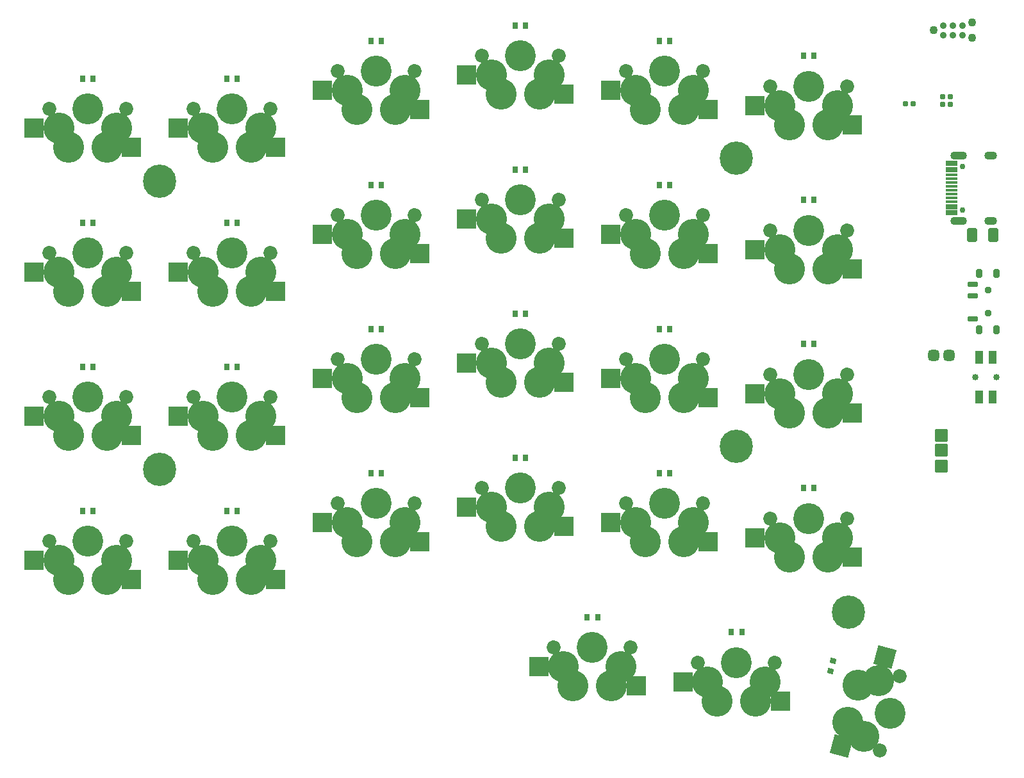
<source format=gbr>
%TF.GenerationSoftware,KiCad,Pcbnew,(6.0.4)*%
%TF.CreationDate,2022-07-09T21:53:42-07:00*%
%TF.ProjectId,Athena54,41746865-6e61-4353-942e-6b696361645f,v1.0.0*%
%TF.SameCoordinates,Original*%
%TF.FileFunction,Soldermask,Top*%
%TF.FilePolarity,Negative*%
%FSLAX46Y46*%
G04 Gerber Fmt 4.6, Leading zero omitted, Abs format (unit mm)*
G04 Created by KiCad (PCBNEW (6.0.4)) date 2022-07-09 21:53:42*
%MOMM*%
%LPD*%
G01*
G04 APERTURE LIST*
G04 Aperture macros list*
%AMRoundRect*
0 Rectangle with rounded corners*
0 $1 Rounding radius*
0 $2 $3 $4 $5 $6 $7 $8 $9 X,Y pos of 4 corners*
0 Add a 4 corners polygon primitive as box body*
4,1,4,$2,$3,$4,$5,$6,$7,$8,$9,$2,$3,0*
0 Add four circle primitives for the rounded corners*
1,1,$1+$1,$2,$3*
1,1,$1+$1,$4,$5*
1,1,$1+$1,$6,$7*
1,1,$1+$1,$8,$9*
0 Add four rect primitives between the rounded corners*
20,1,$1+$1,$2,$3,$4,$5,0*
20,1,$1+$1,$4,$5,$6,$7,0*
20,1,$1+$1,$6,$7,$8,$9,0*
20,1,$1+$1,$8,$9,$2,$3,0*%
%AMRotRect*
0 Rectangle, with rotation*
0 The origin of the aperture is its center*
0 $1 length*
0 $2 width*
0 $3 Rotation angle, in degrees counterclockwise*
0 Add horizontal line*
21,1,$1,$2,0,0,$3*%
G04 Aperture macros list end*
%ADD10C,4.400000*%
%ADD11RoundRect,0.050000X-0.300000X-0.350000X0.300000X-0.350000X0.300000X0.350000X-0.300000X0.350000X0*%
%ADD12C,4.100000*%
%ADD13R,2.550000X2.500000*%
%ADD14C,1.850000*%
%ADD15C,4.087800*%
%ADD16RoundRect,0.155000X0.245000X0.445000X-0.245000X0.445000X-0.245000X-0.445000X0.245000X-0.445000X0*%
%ADD17RoundRect,0.140000X0.535000X-0.210000X0.535000X0.210000X-0.535000X0.210000X-0.535000X-0.210000X0*%
%ADD18C,0.950000*%
%ADD19RoundRect,0.185000X0.185000X-0.135000X0.185000X0.135000X-0.185000X0.135000X-0.185000X-0.135000X0*%
%ADD20RoundRect,0.050000X0.500000X-0.775000X0.500000X0.775000X-0.500000X0.775000X-0.500000X-0.775000X0*%
%ADD21C,0.850000*%
%ADD22RoundRect,0.190000X0.140000X0.170000X-0.140000X0.170000X-0.140000X-0.170000X0.140000X-0.170000X0*%
%ADD23O,2.200000X1.100000*%
%ADD24O,1.700000X1.100000*%
%ADD25RoundRect,0.050000X0.725000X-0.300000X0.725000X0.300000X-0.725000X0.300000X-0.725000X-0.300000X0*%
%ADD26RoundRect,0.050000X0.725000X-0.150000X0.725000X0.150000X-0.725000X0.150000X-0.725000X-0.150000X0*%
%ADD27C,0.750000*%
%ADD28RoundRect,0.050000X0.260428X-0.380364X0.415720X0.199191X-0.260428X0.380364X-0.415720X-0.199191X0*%
%ADD29RoundRect,0.300000X0.375000X0.625000X-0.375000X0.625000X-0.375000X-0.625000X0.375000X-0.625000X0*%
%ADD30C,0.887400*%
%ADD31C,1.090600*%
%ADD32RoundRect,0.050000X0.762000X0.762000X-0.762000X0.762000X-0.762000X-0.762000X0.762000X-0.762000X0*%
%ADD33RotRect,2.550000X2.500000X255.000000*%
%ADD34RotRect,2.550000X2.500000X75.000000*%
%ADD35RoundRect,0.387500X-0.337500X0.337500X-0.337500X-0.337500X0.337500X-0.337500X0.337500X0.337500X0*%
G04 APERTURE END LIST*
D10*
%TO.C,H4*%
X85725000Y-46624999D03*
%TD*%
D11*
%TO.C,D21*%
X75500000Y-12050000D03*
X76900000Y-12050000D03*
%TD*%
D12*
%TO.C,SW9*%
X16510000Y-64230000D03*
X15240000Y-61690000D03*
X21590000Y-64230000D03*
X22860000Y-61690000D03*
D13*
X11965000Y-61690000D03*
D14*
X24130000Y-59150000D03*
X13970000Y-59150000D03*
D13*
X24865000Y-64230000D03*
X11965000Y-61690000D03*
D15*
X19050000Y-59150000D03*
%TD*%
D12*
%TO.C,SW14*%
X53340000Y2460000D03*
X54610000Y-80000D03*
X59690000Y-80000D03*
X60960000Y2460000D03*
D15*
X57150000Y5000000D03*
D14*
X62230000Y5000000D03*
D13*
X50065000Y2460000D03*
D14*
X52070000Y5000000D03*
D13*
X62965000Y-80000D03*
X50065000Y2460000D03*
%TD*%
D11*
%TO.C,D8*%
X18350000Y-17050001D03*
X19750000Y-17050001D03*
%TD*%
%TO.C,D4*%
X-700000Y-17050000D03*
X700000Y-17050000D03*
%TD*%
D12*
%TO.C,SW4*%
X-3810000Y-42640000D03*
X-2540000Y-45180000D03*
X3810000Y-42640000D03*
X2540000Y-45180000D03*
D15*
X0Y-40100000D03*
D14*
X5080000Y-40100000D03*
D13*
X-7085000Y-42640000D03*
X5815000Y-45180000D03*
X-7085000Y-42640000D03*
D14*
X-5080000Y-40100000D03*
%TD*%
D12*
%TO.C,SW25*%
X92710000Y-23130000D03*
X91440000Y-20590000D03*
X99060000Y-20590000D03*
X97790000Y-23130000D03*
D15*
X95250000Y-18050000D03*
D13*
X101065000Y-23130000D03*
X88165000Y-20590000D03*
D14*
X90170000Y-18050000D03*
D13*
X88165000Y-20590000D03*
D14*
X100330000Y-18050000D03*
%TD*%
D12*
%TO.C,SW21*%
X72390000Y-37640000D03*
X73660000Y-40180000D03*
X78740000Y-40180000D03*
X80010000Y-37640000D03*
D14*
X71120000Y-35100000D03*
D13*
X69115000Y-37640000D03*
D15*
X76200000Y-35100000D03*
D13*
X82015000Y-40180000D03*
D14*
X81280000Y-35100000D03*
D13*
X69115000Y-37640000D03*
%TD*%
D16*
%TO.C,SW1*%
X117800000Y-23775000D03*
X120100000Y-31175000D03*
X117800000Y-31175000D03*
X120100000Y-23775000D03*
D17*
X116950000Y-25225000D03*
X116950000Y-26725000D03*
X116950000Y-29725000D03*
D18*
X118950000Y-25975000D03*
X118950000Y-28975000D03*
%TD*%
D19*
%TO.C,R12*%
X112950000Y-390000D03*
X112950000Y-1410000D03*
%TD*%
D10*
%TO.C,H3*%
X9525000Y-49625000D03*
%TD*%
D11*
%TO.C,D17*%
X56450000Y-29100000D03*
X57850000Y-29100000D03*
%TD*%
%TO.C,D28*%
X94550000Y-52150000D03*
X95950000Y-52150000D03*
%TD*%
%TO.C,D6*%
X-700000Y-55150000D03*
X700000Y-55150000D03*
%TD*%
%TO.C,D5*%
X-699999Y-36100000D03*
X700001Y-36100000D03*
%TD*%
D12*
%TO.C,SW18*%
X64135000Y-78280000D03*
X62865000Y-75740000D03*
X69215000Y-78280000D03*
X70485000Y-75740000D03*
D15*
X66675000Y-73200000D03*
D13*
X59590000Y-75740000D03*
X59590000Y-75740000D03*
D14*
X61595000Y-73200000D03*
X71755000Y-73200000D03*
D13*
X72490000Y-78280000D03*
%TD*%
D11*
%TO.C,D9*%
X18350000Y-36100001D03*
X19750000Y-36100001D03*
%TD*%
%TO.C,D16*%
X56450000Y-10050000D03*
X57850000Y-10050000D03*
%TD*%
D12*
%TO.C,SW10*%
X35560000Y-2080000D03*
X34290000Y460000D03*
X40640000Y-2080000D03*
X41910000Y460000D03*
D13*
X31015000Y460000D03*
X31015000Y460000D03*
D14*
X43180000Y3000000D03*
D13*
X43915000Y-2080000D03*
D14*
X33020000Y3000000D03*
D15*
X38100000Y3000000D03*
%TD*%
D11*
%TO.C,D18*%
X56450000Y-48150000D03*
X57850000Y-48150000D03*
%TD*%
%TO.C,D19*%
X65975000Y-69200000D03*
X67375000Y-69200000D03*
%TD*%
%TO.C,D20*%
X75500000Y7000000D03*
X76900000Y7000000D03*
%TD*%
D12*
%TO.C,SW6*%
X16510000Y-7080000D03*
X15240000Y-4540000D03*
X22860000Y-4540000D03*
X21590000Y-7080000D03*
D13*
X11965000Y-4540000D03*
D14*
X13970000Y-2000000D03*
X24130000Y-2000000D03*
D13*
X11965000Y-4540000D03*
X24865000Y-7080000D03*
D15*
X19050000Y-2000000D03*
%TD*%
D12*
%TO.C,SW11*%
X34290000Y-18590000D03*
X35560000Y-21130000D03*
X40640000Y-21130000D03*
X41910000Y-18590000D03*
D14*
X33020000Y-16050000D03*
X43180000Y-16050000D03*
D15*
X38100000Y-16050000D03*
D13*
X43915000Y-21130000D03*
X31015000Y-18590000D03*
X31015000Y-18590000D03*
%TD*%
D20*
%TO.C,SW29*%
X117825000Y-40100000D03*
X117825000Y-34850000D03*
X119525000Y-34850000D03*
X119525000Y-40100000D03*
D21*
X117300000Y-37475000D03*
X120050000Y-37475000D03*
%TD*%
D11*
%TO.C,D15*%
X56450000Y9000000D03*
X57850000Y9000000D03*
%TD*%
%TO.C,D12*%
X37399999Y-12050000D03*
X38799999Y-12050000D03*
%TD*%
D12*
%TO.C,SW24*%
X91440000Y-1540000D03*
X92710000Y-4080000D03*
X99060000Y-1540000D03*
X97790000Y-4080000D03*
D14*
X90170000Y1000000D03*
D13*
X88165000Y-1540000D03*
D15*
X95250000Y1000000D03*
D13*
X101065000Y-4080000D03*
X88165000Y-1540000D03*
D14*
X100330000Y1000000D03*
%TD*%
D12*
%TO.C,SW27*%
X92710000Y-61230000D03*
X91440000Y-58690000D03*
X97790000Y-61230000D03*
X99060000Y-58690000D03*
D13*
X88165000Y-58690000D03*
D15*
X95250000Y-56150000D03*
D13*
X101065000Y-61230000D03*
X88165000Y-58690000D03*
D14*
X90170000Y-56150000D03*
X100330000Y-56150000D03*
%TD*%
D12*
%TO.C,SW8*%
X16510000Y-45180000D03*
X15240000Y-42640000D03*
X21590000Y-45180000D03*
X22860000Y-42640000D03*
D15*
X19050000Y-40100000D03*
D13*
X24865000Y-45180000D03*
D14*
X13970000Y-40100000D03*
D13*
X11965000Y-42640000D03*
X11965000Y-42640000D03*
D14*
X24130000Y-40100000D03*
%TD*%
D11*
%TO.C,D22*%
X75500000Y-31100000D03*
X76900000Y-31100000D03*
%TD*%
D12*
%TO.C,SW5*%
X-2540000Y-64230000D03*
X-3810000Y-61690000D03*
X2540000Y-64230000D03*
X3810000Y-61690000D03*
D13*
X-7085000Y-61690000D03*
D15*
X0Y-59150000D03*
D13*
X-7085000Y-61690000D03*
D14*
X-5080000Y-59150000D03*
D13*
X5815000Y-64230000D03*
D14*
X5080000Y-59150000D03*
%TD*%
D12*
%TO.C,SW19*%
X72390000Y460000D03*
X73660000Y-2080000D03*
X80010000Y460000D03*
X78740000Y-2080000D03*
D15*
X76200000Y3000000D03*
D14*
X71120000Y3000000D03*
X81280000Y3000000D03*
D13*
X69115000Y460000D03*
X69115000Y460000D03*
X82015000Y-2080000D03*
%TD*%
D12*
%TO.C,SW23*%
X83185000Y-80280000D03*
X81915000Y-77740000D03*
X89535000Y-77740000D03*
X88265000Y-80280000D03*
D14*
X90805000Y-75200000D03*
D13*
X91540000Y-80280000D03*
X78640000Y-77740000D03*
D14*
X80645000Y-75200000D03*
D13*
X78640000Y-77740000D03*
D15*
X85725000Y-75200000D03*
%TD*%
D12*
%TO.C,SW16*%
X53340000Y-35639999D03*
X54610000Y-38179999D03*
X60960000Y-35639999D03*
X59690000Y-38179999D03*
D15*
X57150000Y-33099999D03*
D13*
X50065000Y-35639999D03*
D14*
X52070000Y-33099999D03*
D13*
X50065000Y-35639999D03*
X62965000Y-38179999D03*
D14*
X62230000Y-33099999D03*
%TD*%
D12*
%TO.C,SW7*%
X15240000Y-23589999D03*
X16510000Y-26129999D03*
X21590000Y-26129999D03*
X22860000Y-23589999D03*
D14*
X13970000Y-21049999D03*
D13*
X24865000Y-26129999D03*
D15*
X19050000Y-21049999D03*
D13*
X11965000Y-23589999D03*
X11965000Y-23589999D03*
D14*
X24130000Y-21049999D03*
%TD*%
D11*
%TO.C,D3*%
X-700000Y2000000D03*
X700000Y2000000D03*
%TD*%
D12*
%TO.C,SW20*%
X73660000Y-21130000D03*
X72390000Y-18590000D03*
X78740000Y-21130000D03*
X80010000Y-18590000D03*
D13*
X69115000Y-18590000D03*
D14*
X81280000Y-16050000D03*
D15*
X76200000Y-16050000D03*
D13*
X69115000Y-18590000D03*
D14*
X71120000Y-16050000D03*
D13*
X82015000Y-21130000D03*
%TD*%
D11*
%TO.C,D23*%
X75500000Y-50150000D03*
X76900000Y-50150000D03*
%TD*%
D12*
%TO.C,SW15*%
X53340002Y-16590000D03*
X54610002Y-19130000D03*
X59690002Y-19130000D03*
X60960002Y-16590000D03*
D14*
X52070002Y-14050000D03*
X62230002Y-14050000D03*
D13*
X50065002Y-16590000D03*
X62965002Y-19130000D03*
D15*
X57150002Y-14050000D03*
D13*
X50065002Y-16590000D03*
%TD*%
D12*
%TO.C,SW26*%
X91440000Y-39640000D03*
X92710000Y-42180000D03*
X99060000Y-39640000D03*
X97790000Y-42180000D03*
D15*
X95250000Y-37100000D03*
D13*
X101065000Y-42180000D03*
X88165000Y-39640000D03*
D14*
X100330000Y-37100000D03*
X90170000Y-37100000D03*
D13*
X88165000Y-39640000D03*
%TD*%
D11*
%TO.C,D13*%
X37400000Y-31100000D03*
X38800000Y-31100000D03*
%TD*%
D22*
%TO.C,C11*%
X108070000Y-1350000D03*
X109030000Y-1350000D03*
%TD*%
D10*
%TO.C,H5*%
X100475000Y-68575000D03*
%TD*%
D11*
%TO.C,D7*%
X18350000Y2000000D03*
X19750000Y2000000D03*
%TD*%
%TO.C,D26*%
X94550000Y-14050000D03*
X95950000Y-14050000D03*
%TD*%
%TO.C,D14*%
X37400000Y-50150000D03*
X38800000Y-50150000D03*
%TD*%
%TO.C,D25*%
X94550000Y5000000D03*
X95950000Y5000000D03*
%TD*%
D12*
%TO.C,SW17*%
X53340000Y-54690000D03*
X54610000Y-57230000D03*
X60960000Y-54690000D03*
X59690000Y-57230000D03*
D15*
X57150000Y-52150000D03*
D13*
X50065000Y-54690000D03*
X50065000Y-54690000D03*
D14*
X52070000Y-52150000D03*
X62230000Y-52150000D03*
D13*
X62965000Y-57230000D03*
%TD*%
D10*
%TO.C,H1*%
X9525000Y-11525000D03*
%TD*%
D19*
%TO.C,R11*%
X113950000Y-390000D03*
X113950000Y-1410000D03*
%TD*%
D23*
%TO.C,J2*%
X115095000Y-8155000D03*
D24*
X119275000Y-8155000D03*
D23*
X115095000Y-16795000D03*
D24*
X119275000Y-16795000D03*
D25*
X114180000Y-15725000D03*
X114180000Y-14925000D03*
D26*
X114180000Y-14225000D03*
X114180000Y-13225000D03*
X114180000Y-11725000D03*
X114180000Y-10725000D03*
D25*
X114180000Y-10025000D03*
X114180000Y-9225000D03*
X114180000Y-9225000D03*
X114180000Y-10025000D03*
D26*
X114180000Y-11225000D03*
X114180000Y-12225000D03*
X114180000Y-12725000D03*
X114180000Y-13725000D03*
D25*
X114180000Y-14925000D03*
X114180000Y-15725000D03*
D27*
X115625000Y-15365000D03*
X115625000Y-9585000D03*
%TD*%
D12*
%TO.C,SW22*%
X73660000Y-59230000D03*
X72390000Y-56690000D03*
X80010000Y-56690000D03*
X78740000Y-59230000D03*
D13*
X69115000Y-56690000D03*
D15*
X76200000Y-54150000D03*
D14*
X71120000Y-54150000D03*
X81280000Y-54150000D03*
D13*
X82015000Y-59230000D03*
X69115000Y-56690000D03*
%TD*%
D28*
%TO.C,D29*%
X98160771Y-76333073D03*
X98523117Y-74980777D03*
%TD*%
D11*
%TO.C,D10*%
X18350000Y-55150000D03*
X19750000Y-55150000D03*
%TD*%
D12*
%TO.C,SW2*%
X-2540000Y-7080000D03*
X-3810000Y-4540000D03*
X2540000Y-7080000D03*
X3810000Y-4540000D03*
D13*
X5815000Y-7080000D03*
X-7085000Y-4540000D03*
D14*
X-5080000Y-2000000D03*
D15*
X0Y-2000000D03*
D14*
X5080000Y-2000000D03*
D13*
X-7085000Y-4540000D03*
%TD*%
D12*
%TO.C,SW3*%
X-2540000Y-26130000D03*
X-3810000Y-23590000D03*
X2540000Y-26130000D03*
X3810000Y-23590000D03*
D14*
X5080000Y-21050000D03*
X-5080000Y-21050000D03*
D13*
X-7085000Y-23590000D03*
D15*
X0Y-21050000D03*
D13*
X5815000Y-26130000D03*
X-7085000Y-23590000D03*
%TD*%
D29*
%TO.C,D1*%
X116825000Y-18705000D03*
X119625000Y-18705000D03*
%TD*%
D11*
%TO.C,D27*%
X94550000Y-33100000D03*
X95950000Y-33100000D03*
%TD*%
D12*
%TO.C,SW12*%
X34290000Y-37640000D03*
X35560000Y-40180000D03*
X40640000Y-40180000D03*
X41910000Y-37640000D03*
D14*
X33020000Y-35100000D03*
D13*
X31015000Y-37640000D03*
X31015000Y-37640000D03*
X43915000Y-40180000D03*
D14*
X43180000Y-35100000D03*
D15*
X38100000Y-35100000D03*
%TD*%
D10*
%TO.C,H2*%
X85725000Y-8525000D03*
%TD*%
D11*
%TO.C,D11*%
X37400000Y7000000D03*
X38800000Y7000000D03*
%TD*%
D12*
%TO.C,SW13*%
X34290000Y-56690000D03*
X35560000Y-59230000D03*
X41910000Y-56690000D03*
X40640000Y-59230000D03*
D13*
X31015000Y-56690000D03*
X43915000Y-59230000D03*
D15*
X38100000Y-54150000D03*
D14*
X33020000Y-54150000D03*
D13*
X31015000Y-56690000D03*
D14*
X43180000Y-54150000D03*
%TD*%
D30*
%TO.C,J3*%
X115595000Y9060000D03*
X115595000Y7790000D03*
X114325000Y9060000D03*
X114325000Y7790000D03*
X113055000Y9060000D03*
X113055000Y7790000D03*
D31*
X111785000Y8425000D03*
X116865000Y9441000D03*
X116865000Y7409000D03*
%TD*%
D11*
%TO.C,D24*%
X85025000Y-71200000D03*
X86425000Y-71200000D03*
%TD*%
D32*
%TO.C,J4*%
X112775000Y-49250000D03*
X112775000Y-47150000D03*
X112775000Y-45150000D03*
%TD*%
D12*
%TO.C,SW28*%
X102560448Y-84947777D03*
X100435696Y-83063651D03*
X104532649Y-77587422D03*
X101750497Y-78156748D03*
D14*
X104685199Y-86831903D03*
D33*
X105380281Y-74424015D03*
X99588064Y-86227058D03*
X99588064Y-86227058D03*
D34*
X105380281Y-74424015D03*
D15*
X106000000Y-81925000D03*
D14*
X107314801Y-77018097D03*
%TD*%
D35*
%TO.C,J1*%
X113775000Y-34600000D03*
X111775000Y-34600000D03*
%TD*%
M02*

</source>
